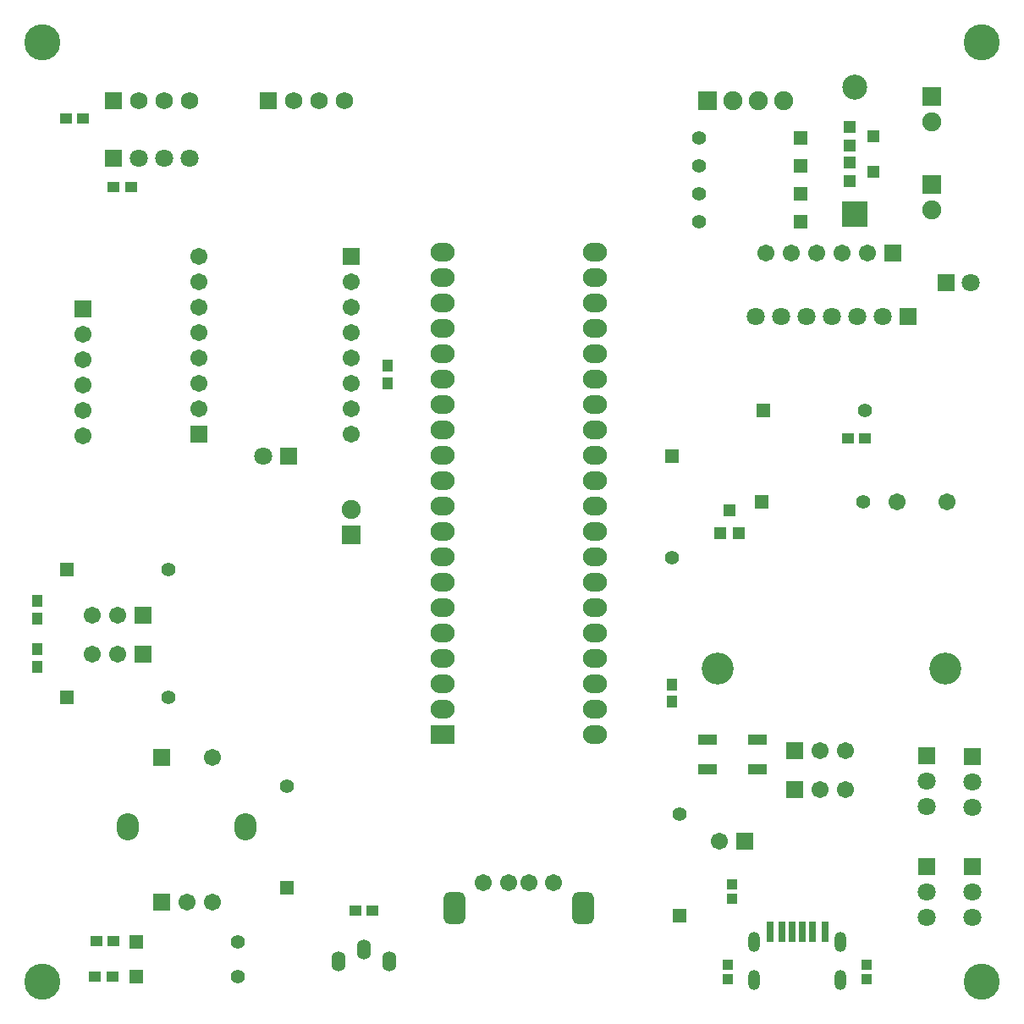
<source format=gts>
G04*
G04 #@! TF.GenerationSoftware,Altium Limited,Altium Designer,22.0.2 (36)*
G04*
G04 Layer_Color=8388736*
%FSLAX25Y25*%
%MOIN*%
G70*
G04*
G04 #@! TF.SameCoordinates,D467B77E-6E5F-44E5-9B52-D7AE6B4A5D67*
G04*
G04*
G04 #@! TF.FilePolarity,Negative*
G04*
G01*
G75*
%ADD30R,0.04300X0.04600*%
%ADD31R,0.04540X0.04540*%
%ADD32R,0.04600X0.04300*%
%ADD33R,0.04147X0.03950*%
%ADD34R,0.07490X0.04340*%
%ADD35R,0.03162X0.07887*%
%ADD36R,0.02769X0.07887*%
%ADD37R,0.04540X0.04540*%
%ADD38R,0.06706X0.06706*%
%ADD39C,0.06706*%
%ADD40C,0.07099*%
%ADD41R,0.07099X0.07099*%
%ADD42R,0.05524X0.05524*%
%ADD43C,0.05524*%
%ADD44O,0.08674X0.10642*%
%ADD45R,0.06706X0.06706*%
%ADD46C,0.09855*%
%ADD47R,0.09855X0.09855*%
%ADD48C,0.06800*%
%ADD49R,0.06800X0.06800*%
%ADD50C,0.07493*%
%ADD51R,0.07493X0.07493*%
%ADD52R,0.05524X0.05524*%
%ADD53C,0.12611*%
%ADD54R,0.07099X0.07099*%
%ADD55O,0.05524X0.07887*%
%ADD56R,0.07493X0.07493*%
%ADD57O,0.09461X0.07335*%
%ADD58R,0.09461X0.07335*%
G04:AMPARAMS|DCode=59|XSize=86.74mil|YSize=126.11mil|CornerRadius=23.68mil|HoleSize=0mil|Usage=FLASHONLY|Rotation=180.000|XOffset=0mil|YOffset=0mil|HoleType=Round|Shape=RoundedRectangle|*
%AMROUNDEDRECTD59*
21,1,0.08674,0.07874,0,0,180.0*
21,1,0.03937,0.12611,0,0,180.0*
1,1,0.04737,-0.01968,0.03937*
1,1,0.04737,0.01968,0.03937*
1,1,0.04737,0.01968,-0.03937*
1,1,0.04737,-0.01968,-0.03937*
%
%ADD59ROUNDEDRECTD59*%
%ADD60C,0.14186*%
%ADD61O,0.04737X0.07887*%
D30*
X-13272Y143100D02*
D03*
Y150000D02*
D03*
X124760Y242682D02*
D03*
Y235782D02*
D03*
X236681Y117126D02*
D03*
Y110226D02*
D03*
X-13272Y130900D02*
D03*
Y124000D02*
D03*
D31*
X306634Y329142D02*
D03*
X306634Y336622D02*
D03*
X315886Y332882D02*
D03*
X306634Y315142D02*
D03*
X306634Y322622D02*
D03*
X315886Y318882D02*
D03*
D32*
X-2140Y339882D02*
D03*
X4760D02*
D03*
X305860Y213882D02*
D03*
X312760D02*
D03*
X111828Y28000D02*
D03*
X118728D02*
D03*
X16760Y312882D02*
D03*
X23660D02*
D03*
X16260Y1882D02*
D03*
X9360D02*
D03*
X9860Y15882D02*
D03*
X16760D02*
D03*
D33*
X313260Y1008D02*
D03*
Y6756D02*
D03*
X258760Y1008D02*
D03*
Y6756D02*
D03*
X260303Y38307D02*
D03*
Y32559D02*
D03*
D34*
X250580Y83582D02*
D03*
Y95392D02*
D03*
X270260D02*
D03*
Y83582D02*
D03*
D35*
X296839Y19685D02*
D03*
X292036D02*
D03*
X279988D02*
D03*
X275185D02*
D03*
D36*
X287980D02*
D03*
X284043D02*
D03*
D37*
X263059Y176476D02*
D03*
X255579Y176476D02*
D03*
X259319Y185728D02*
D03*
D38*
X50173Y215724D02*
D03*
X110173Y285724D02*
D03*
X4760Y264882D02*
D03*
D39*
X50173Y225724D02*
D03*
Y235724D02*
D03*
Y245724D02*
D03*
Y255724D02*
D03*
Y265724D02*
D03*
Y275724D02*
D03*
Y285724D02*
D03*
X110173Y215724D02*
D03*
Y225724D02*
D03*
Y235724D02*
D03*
Y245724D02*
D03*
Y255724D02*
D03*
Y265724D02*
D03*
Y275724D02*
D03*
X325264Y188976D02*
D03*
X344949D02*
D03*
X55468Y88383D02*
D03*
X45468Y31296D02*
D03*
X55468D02*
D03*
X255360Y55382D02*
D03*
X294985Y91050D02*
D03*
X304985D02*
D03*
X18260Y144382D02*
D03*
X8260D02*
D03*
X18260Y128882D02*
D03*
X8260D02*
D03*
X162412Y38900D02*
D03*
X172254D02*
D03*
X180128D02*
D03*
X189971D02*
D03*
X294985Y75550D02*
D03*
X304985Y75550D02*
D03*
X4760Y254882D02*
D03*
Y244882D02*
D03*
Y234882D02*
D03*
Y224882D02*
D03*
Y214882D02*
D03*
X313760Y286882D02*
D03*
X303760D02*
D03*
X293760D02*
D03*
X283760D02*
D03*
X273760D02*
D03*
D40*
X354329Y275452D02*
D03*
X279516Y261811D02*
D03*
X299516D02*
D03*
X319516D02*
D03*
X309516D02*
D03*
X289516Y261811D02*
D03*
X269516Y261811D02*
D03*
X337075Y35433D02*
D03*
Y25433D02*
D03*
Y78898D02*
D03*
Y68898D02*
D03*
X354791Y78740D02*
D03*
X354791Y68740D02*
D03*
X46760Y324382D02*
D03*
X26760D02*
D03*
X36760D02*
D03*
X75760Y206882D02*
D03*
X354791Y35433D02*
D03*
X354791Y25433D02*
D03*
D41*
X344487Y275452D02*
D03*
X329516Y261811D02*
D03*
X16760Y324382D02*
D03*
X85602Y206882D02*
D03*
D42*
X-1740Y111882D02*
D03*
X287260Y332382D02*
D03*
Y321382D02*
D03*
Y310382D02*
D03*
Y299382D02*
D03*
X-1740Y162382D02*
D03*
X272760Y224882D02*
D03*
X25736Y1969D02*
D03*
Y15748D02*
D03*
X271799Y188976D02*
D03*
D43*
X38260Y111882D02*
D03*
X247260Y332382D02*
D03*
Y321382D02*
D03*
Y310382D02*
D03*
Y299382D02*
D03*
X236681Y167008D02*
D03*
X38260Y162382D02*
D03*
X312760Y224882D02*
D03*
X85106Y77087D02*
D03*
X65736Y1969D02*
D03*
Y15748D02*
D03*
X239560Y65982D02*
D03*
X311799Y188976D02*
D03*
D44*
X22436Y60824D02*
D03*
X68499Y60824D02*
D03*
D45*
X35468Y88383D02*
D03*
Y31296D02*
D03*
X265360Y55382D02*
D03*
X284985Y91050D02*
D03*
X28260Y144382D02*
D03*
Y128882D02*
D03*
X284985Y75550D02*
D03*
X323760Y286882D02*
D03*
D46*
X308760Y352382D02*
D03*
D47*
Y302382D02*
D03*
D48*
X107760Y346882D02*
D03*
X97760D02*
D03*
X87760D02*
D03*
X26760D02*
D03*
X36760D02*
D03*
X46760D02*
D03*
D49*
X77760D02*
D03*
X16760D02*
D03*
D50*
X260760D02*
D03*
X280760D02*
D03*
X270760D02*
D03*
X110260Y185882D02*
D03*
X339043Y304055D02*
D03*
Y338504D02*
D03*
D51*
X250760Y346882D02*
D03*
D52*
X236681Y207008D02*
D03*
X85106Y37087D02*
D03*
X239560Y25982D02*
D03*
D53*
X344358Y123150D02*
D03*
X254673D02*
D03*
D54*
X337075Y45433D02*
D03*
Y88898D02*
D03*
X354791Y88740D02*
D03*
Y45433D02*
D03*
D55*
X125260Y8020D02*
D03*
X105260D02*
D03*
X115260Y12744D02*
D03*
D56*
X110260Y175882D02*
D03*
X339043Y314055D02*
D03*
Y348504D02*
D03*
D57*
X206130Y287165D02*
D03*
Y277165D02*
D03*
Y267165D02*
D03*
Y257165D02*
D03*
Y247165D02*
D03*
Y237165D02*
D03*
Y227165D02*
D03*
Y217165D02*
D03*
Y207165D02*
D03*
Y197165D02*
D03*
Y187165D02*
D03*
Y177165D02*
D03*
Y167165D02*
D03*
Y157165D02*
D03*
Y147165D02*
D03*
Y137165D02*
D03*
Y127165D02*
D03*
Y117165D02*
D03*
Y107165D02*
D03*
Y97165D02*
D03*
X146130Y287165D02*
D03*
Y277165D02*
D03*
Y267165D02*
D03*
Y257165D02*
D03*
Y247165D02*
D03*
Y237165D02*
D03*
Y227165D02*
D03*
Y217165D02*
D03*
Y207165D02*
D03*
Y197165D02*
D03*
Y187165D02*
D03*
Y177165D02*
D03*
Y167165D02*
D03*
Y157165D02*
D03*
Y147165D02*
D03*
Y137165D02*
D03*
Y127165D02*
D03*
Y117165D02*
D03*
Y107165D02*
D03*
D58*
Y97165D02*
D03*
D59*
X150798Y28861D02*
D03*
X201585D02*
D03*
D60*
X-11350Y370079D02*
D03*
Y0D02*
D03*
X358728D02*
D03*
Y370079D02*
D03*
D61*
X269019Y15749D02*
D03*
X303019Y788D02*
D03*
Y15749D02*
D03*
X269019Y788D02*
D03*
M02*

</source>
